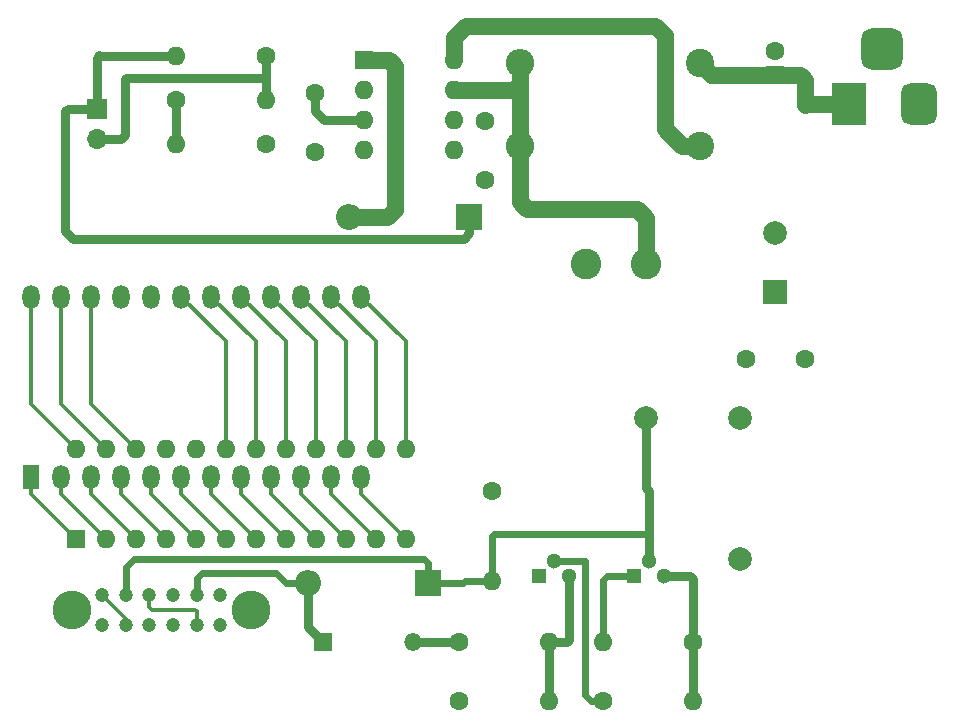
<source format=gbr>
%TF.GenerationSoftware,KiCad,Pcbnew,(6.0.4)*%
%TF.CreationDate,2022-04-20T16:37:51+09:00*%
%TF.ProjectId,KiCad,4b694361-642e-46b6-9963-61645f706362,rev?*%
%TF.SameCoordinates,Original*%
%TF.FileFunction,Copper,L2,Bot*%
%TF.FilePolarity,Positive*%
%FSLAX46Y46*%
G04 Gerber Fmt 4.6, Leading zero omitted, Abs format (unit mm)*
G04 Created by KiCad (PCBNEW (6.0.4)) date 2022-04-20 16:37:51*
%MOMM*%
%LPD*%
G01*
G04 APERTURE LIST*
G04 Aperture macros list*
%AMRoundRect*
0 Rectangle with rounded corners*
0 $1 Rounding radius*
0 $2 $3 $4 $5 $6 $7 $8 $9 X,Y pos of 4 corners*
0 Add a 4 corners polygon primitive as box body*
4,1,4,$2,$3,$4,$5,$6,$7,$8,$9,$2,$3,0*
0 Add four circle primitives for the rounded corners*
1,1,$1+$1,$2,$3*
1,1,$1+$1,$4,$5*
1,1,$1+$1,$6,$7*
1,1,$1+$1,$8,$9*
0 Add four rect primitives between the rounded corners*
20,1,$1+$1,$2,$3,$4,$5,0*
20,1,$1+$1,$4,$5,$6,$7,0*
20,1,$1+$1,$6,$7,$8,$9,0*
20,1,$1+$1,$8,$9,$2,$3,0*%
G04 Aperture macros list end*
%TA.AperFunction,ComponentPad*%
%ADD10R,1.600000X1.600000*%
%TD*%
%TA.AperFunction,ComponentPad*%
%ADD11C,1.600000*%
%TD*%
%TA.AperFunction,ComponentPad*%
%ADD12O,1.600000X1.600000*%
%TD*%
%TA.AperFunction,ComponentPad*%
%ADD13C,2.400000*%
%TD*%
%TA.AperFunction,ComponentPad*%
%ADD14O,2.400000X2.400000*%
%TD*%
%TA.AperFunction,ComponentPad*%
%ADD15R,2.000000X2.000000*%
%TD*%
%TA.AperFunction,ComponentPad*%
%ADD16C,2.000000*%
%TD*%
%TA.AperFunction,ComponentPad*%
%ADD17R,1.300000X1.300000*%
%TD*%
%TA.AperFunction,ComponentPad*%
%ADD18C,1.300000*%
%TD*%
%TA.AperFunction,ComponentPad*%
%ADD19R,2.200000X2.200000*%
%TD*%
%TA.AperFunction,ComponentPad*%
%ADD20O,2.200000X2.200000*%
%TD*%
%TA.AperFunction,ComponentPad*%
%ADD21C,1.200000*%
%TD*%
%TA.AperFunction,ComponentPad*%
%ADD22C,3.285000*%
%TD*%
%TA.AperFunction,ComponentPad*%
%ADD23R,1.440000X2.000000*%
%TD*%
%TA.AperFunction,ComponentPad*%
%ADD24O,1.440000X2.000000*%
%TD*%
%TA.AperFunction,ComponentPad*%
%ADD25R,3.000000X3.600000*%
%TD*%
%TA.AperFunction,ComponentPad*%
%ADD26RoundRect,0.750000X0.750000X1.000000X-0.750000X1.000000X-0.750000X-1.000000X0.750000X-1.000000X0*%
%TD*%
%TA.AperFunction,ComponentPad*%
%ADD27RoundRect,0.875000X0.875000X0.875000X-0.875000X0.875000X-0.875000X-0.875000X0.875000X-0.875000X0*%
%TD*%
%TA.AperFunction,ComponentPad*%
%ADD28C,2.600000*%
%TD*%
%TA.AperFunction,ComponentPad*%
%ADD29R,1.500000X1.500000*%
%TD*%
%TA.AperFunction,ComponentPad*%
%ADD30O,1.500000X1.500000*%
%TD*%
%TA.AperFunction,ComponentPad*%
%ADD31R,1.700000X1.700000*%
%TD*%
%TA.AperFunction,ComponentPad*%
%ADD32O,1.700000X1.700000*%
%TD*%
%TA.AperFunction,Conductor*%
%ADD33C,0.800000*%
%TD*%
%TA.AperFunction,Conductor*%
%ADD34C,1.400000*%
%TD*%
%TA.AperFunction,Conductor*%
%ADD35C,0.600000*%
%TD*%
%TA.AperFunction,Conductor*%
%ADD36C,0.300000*%
%TD*%
G04 APERTURE END LIST*
D10*
%TO.P,C2,1*%
%TO.N,Net-(C1-Pad1)*%
X180000000Y-62955113D03*
D11*
%TO.P,C2,2*%
%TO.N,GND*%
X180000000Y-60955113D03*
%TD*%
%TO.P,R7,1*%
%TO.N,Net-(Q2-Pad2)*%
X165390000Y-116000000D03*
D12*
%TO.P,R7,2*%
%TO.N,Net-(Q1-Pad3)*%
X173010000Y-116000000D03*
%TD*%
D13*
%TO.P,R1,1*%
%TO.N,Net-(C1-Pad1)*%
X173620000Y-62000000D03*
D14*
%TO.P,R1,2*%
%TO.N,Net-(L1-Pad1)*%
X158380000Y-62000000D03*
%TD*%
D15*
%TO.P,C4,1*%
%TO.N,V+*%
X180000000Y-81367677D03*
D16*
%TO.P,C4,2*%
%TO.N,GND*%
X180000000Y-76367677D03*
%TD*%
D17*
%TO.P,Q2,1,E*%
%TO.N,GND*%
X160000000Y-105360000D03*
D18*
%TO.P,Q2,2,C*%
%TO.N,Net-(Q2-Pad2)*%
X161270000Y-104090000D03*
%TO.P,Q2,3,B*%
%TO.N,Net-(Q2-Pad3)*%
X162540000Y-105360000D03*
%TD*%
D11*
%TO.P,C5,1*%
%TO.N,Net-(C5-Pad1)*%
X141000000Y-64500000D03*
%TO.P,C5,2*%
%TO.N,GND*%
X141000000Y-69500000D03*
%TD*%
%TO.P,R6,1*%
%TO.N,Net-(Q1-Pad3)*%
X173000000Y-111000000D03*
D12*
%TO.P,R6,2*%
%TO.N,V+*%
X165380000Y-111000000D03*
%TD*%
D11*
%TO.P,C3,1*%
%TO.N,V+*%
X182500000Y-87000000D03*
%TO.P,C3,2*%
%TO.N,GND*%
X177500000Y-87000000D03*
%TD*%
D16*
%TO.P,TP3,1,1*%
%TO.N,Vprog*%
X169000000Y-92000000D03*
%TD*%
D17*
%TO.P,Q1,1,E*%
%TO.N,V+*%
X168000000Y-105360000D03*
D18*
%TO.P,Q1,2,C*%
%TO.N,Vprog*%
X169270000Y-104090000D03*
%TO.P,Q1,3,B*%
%TO.N,Net-(Q1-Pad3)*%
X170540000Y-105360000D03*
%TD*%
D11*
%TO.P,R8,1*%
%TO.N,Net-(D2-Pad2)*%
X153190000Y-111000000D03*
D12*
%TO.P,R8,2*%
%TO.N,Net-(Q2-Pad3)*%
X160810000Y-111000000D03*
%TD*%
D11*
%TO.P,R3,1*%
%TO.N,Net-(JP1-Pad2)*%
X136906000Y-61334000D03*
D12*
%TO.P,R3,2*%
%TO.N,V+*%
X129286000Y-61334000D03*
%TD*%
D19*
%TO.P,D1,1,K*%
%TO.N,V+*%
X154080000Y-75000000D03*
D20*
%TO.P,D1,2,A*%
%TO.N,Net-(D1-Pad2)*%
X143920000Y-75000000D03*
%TD*%
D11*
%TO.P,R5,1*%
%TO.N,GND*%
X136906000Y-68834000D03*
D12*
%TO.P,R5,2*%
%TO.N,Net-(R4-Pad1)*%
X129286000Y-68834000D03*
%TD*%
D21*
%TO.P,SW1,1,NC1*%
%TO.N,Net-(J2-Pad20)*%
X133000000Y-107010200D03*
%TO.P,SW1,2,CM1*%
%TO.N,Vp*%
X131000000Y-107010200D03*
%TO.P,SW1,3,NO1*%
%TO.N,Net-(J2-Pad21)*%
X129000000Y-107010200D03*
%TO.P,SW1,4,NC2*%
%TO.N,Net-(J3-Pad20)*%
X127000000Y-107010200D03*
%TO.P,SW1,5,CM2*%
%TO.N,Vprog*%
X125000000Y-107010200D03*
%TO.P,SW1,6,NO2*%
%TO.N,Net-(J3-Pad21)*%
X123000000Y-107010200D03*
%TO.P,SW1,7,NO3*%
%TO.N,unconnected-(SW1-Pad7)*%
X123000000Y-109510200D03*
%TO.P,SW1,8,CM3*%
%TO.N,Net-(J3-Pad21)*%
X125000000Y-109510200D03*
%TO.P,SW1,9,NC4*%
%TO.N,Net-(J2-Pad21)*%
X127000000Y-109510200D03*
%TO.P,SW1,10,NO4*%
%TO.N,Net-(J2-Pad20)*%
X129000000Y-109510200D03*
%TO.P,SW1,11,CM4*%
%TO.N,Net-(J3-Pad20)*%
X131000000Y-109510200D03*
%TO.P,SW1,12,NC4*%
%TO.N,unconnected-(SW1-Pad12)*%
X133000000Y-109510200D03*
D22*
%TO.P,SW1,MH,MH*%
%TO.N,GND*%
X135555000Y-108260200D03*
X120445000Y-108260200D03*
%TD*%
D11*
%TO.P,R10,1*%
%TO.N,GND*%
X156000000Y-98190000D03*
D12*
%TO.P,R10,2*%
%TO.N,Vprog*%
X156000000Y-105810000D03*
%TD*%
D13*
%TO.P,R2,1*%
%TO.N,Net-(R2-Pad1)*%
X173620000Y-69000000D03*
D14*
%TO.P,R2,2*%
%TO.N,Net-(L1-Pad1)*%
X158380000Y-69000000D03*
%TD*%
D16*
%TO.P,TP1,1,1*%
%TO.N,V+*%
X177000000Y-92000000D03*
%TD*%
D23*
%TO.P,J3,1,Pin_1*%
%TO.N,/1*%
X117000000Y-97000000D03*
D24*
%TO.P,J3,2,Pin_2*%
%TO.N,/2*%
X119540000Y-97000000D03*
%TO.P,J3,3,Pin_3*%
%TO.N,/3*%
X122080000Y-97000000D03*
%TO.P,J3,4,Pin_4*%
%TO.N,/4*%
X124620000Y-97000000D03*
%TO.P,J3,5,Pin_5*%
%TO.N,/5*%
X127160000Y-97000000D03*
%TO.P,J3,6,Pin_6*%
%TO.N,/6*%
X129700000Y-97000000D03*
%TO.P,J3,7,Pin_7*%
%TO.N,/7*%
X132240000Y-97000000D03*
%TO.P,J3,8,Pin_8*%
%TO.N,/8*%
X134780000Y-97000000D03*
%TO.P,J3,9,Pin_9*%
%TO.N,/9*%
X137320000Y-97000000D03*
%TO.P,J3,10,Pin_10*%
%TO.N,/10*%
X139860000Y-97000000D03*
%TO.P,J3,11,Pin_11*%
%TO.N,/11*%
X142400000Y-97000000D03*
%TO.P,J3,12,Pin_12*%
%TO.N,GND*%
X144940000Y-97000000D03*
%TO.P,J3,13,Pin_13*%
%TO.N,/13*%
X144940000Y-81760000D03*
%TO.P,J3,14,Pin_14*%
%TO.N,/14*%
X142400000Y-81760000D03*
%TO.P,J3,15,Pin_15*%
%TO.N,/15*%
X139860000Y-81760000D03*
%TO.P,J3,16,Pin_16*%
%TO.N,/16*%
X137320000Y-81760000D03*
%TO.P,J3,17,Pin_17*%
%TO.N,/17*%
X134780000Y-81760000D03*
%TO.P,J3,18,Pin_18*%
%TO.N,/18*%
X132240000Y-81760000D03*
%TO.P,J3,19,Pin_19*%
%TO.N,/19*%
X129700000Y-81760000D03*
%TO.P,J3,20,Pin_20*%
%TO.N,Net-(J3-Pad20)*%
X127160000Y-81760000D03*
%TO.P,J3,21,Pin_21*%
%TO.N,Net-(J3-Pad21)*%
X124620000Y-81760000D03*
%TO.P,J3,22,Pin_22*%
%TO.N,/22*%
X122080000Y-81760000D03*
%TO.P,J3,23,Pin_23*%
%TO.N,/23*%
X119540000Y-81760000D03*
%TO.P,J3,24,Pin_24*%
%TO.N,/24*%
X117000000Y-81760000D03*
%TD*%
D11*
%TO.P,R4,1*%
%TO.N,Net-(R4-Pad1)*%
X129223500Y-65126500D03*
D12*
%TO.P,R4,2*%
%TO.N,Net-(JP1-Pad2)*%
X136843500Y-65126500D03*
%TD*%
D11*
%TO.P,R9,1*%
%TO.N,GND*%
X153190000Y-116000000D03*
D12*
%TO.P,R9,2*%
%TO.N,Net-(Q2-Pad3)*%
X160810000Y-116000000D03*
%TD*%
D25*
%TO.P,J1,1*%
%TO.N,Net-(C1-Pad1)*%
X186187500Y-65457500D03*
D26*
%TO.P,J1,2*%
%TO.N,GND*%
X192187500Y-65457500D03*
D27*
%TO.P,J1,3*%
X188987500Y-60757500D03*
%TD*%
D11*
%TO.P,C1,1*%
%TO.N,Net-(C1-Pad1)*%
X155422600Y-66867400D03*
%TO.P,C1,2*%
%TO.N,GND*%
X155422600Y-71867400D03*
%TD*%
D16*
%TO.P,TP2,1,1*%
%TO.N,GND*%
X177000000Y-104000000D03*
%TD*%
D28*
%TO.P,L1,1,1*%
%TO.N,Net-(L1-Pad1)*%
X169000000Y-79000000D03*
%TO.P,L1,2,2*%
%TO.N,Net-(D1-Pad2)*%
X164000000Y-79000000D03*
%TD*%
D29*
%TO.P,D2,1,K*%
%TO.N,Vp*%
X141685000Y-111000000D03*
D30*
%TO.P,D2,2,A*%
%TO.N,Net-(D2-Pad2)*%
X149305000Y-111000000D03*
%TD*%
D10*
%TO.P,J2,1,Pin_1*%
%TO.N,/1*%
X120772000Y-102250400D03*
D12*
%TO.P,J2,2,Pin_2*%
%TO.N,/2*%
X123312000Y-102250400D03*
%TO.P,J2,3,Pin_3*%
%TO.N,/3*%
X125852000Y-102250400D03*
%TO.P,J2,4,Pin_4*%
%TO.N,/4*%
X128392000Y-102250400D03*
%TO.P,J2,5,Pin_5*%
%TO.N,/5*%
X130932000Y-102250400D03*
%TO.P,J2,6,Pin_6*%
%TO.N,/6*%
X133472000Y-102250400D03*
%TO.P,J2,7,Pin_7*%
%TO.N,/7*%
X136012000Y-102250400D03*
%TO.P,J2,8,Pin_8*%
%TO.N,/8*%
X138552000Y-102250400D03*
%TO.P,J2,9,Pin_9*%
%TO.N,/9*%
X141092000Y-102250400D03*
%TO.P,J2,10,Pin_10*%
%TO.N,/10*%
X143632000Y-102250400D03*
%TO.P,J2,11,Pin_11*%
%TO.N,/11*%
X146172000Y-102250400D03*
%TO.P,J2,12,Pin_12*%
%TO.N,GND*%
X148712000Y-102250400D03*
%TO.P,J2,13,Pin_13*%
%TO.N,/13*%
X148712000Y-94630400D03*
%TO.P,J2,14,Pin_14*%
%TO.N,/14*%
X146172000Y-94630400D03*
%TO.P,J2,15,Pin_15*%
%TO.N,/15*%
X143632000Y-94630400D03*
%TO.P,J2,16,Pin_16*%
%TO.N,/16*%
X141092000Y-94630400D03*
%TO.P,J2,17,Pin_17*%
%TO.N,/17*%
X138552000Y-94630400D03*
%TO.P,J2,18,Pin_18*%
%TO.N,/18*%
X136012000Y-94630400D03*
%TO.P,J2,19,Pin_19*%
%TO.N,/19*%
X133472000Y-94630400D03*
%TO.P,J2,20,Pin_20*%
%TO.N,Net-(J2-Pad20)*%
X130932000Y-94630400D03*
%TO.P,J2,21,Pin_21*%
%TO.N,Net-(J2-Pad21)*%
X128392000Y-94630400D03*
%TO.P,J2,22,Pin_22*%
%TO.N,/22*%
X125852000Y-94630400D03*
%TO.P,J2,23,Pin_23*%
%TO.N,/23*%
X123312000Y-94630400D03*
%TO.P,J2,24,Pin_24*%
%TO.N,/24*%
X120772000Y-94630400D03*
%TD*%
D31*
%TO.P,JP1,1,A*%
%TO.N,V+*%
X122533500Y-65834000D03*
D32*
%TO.P,JP1,2,B*%
%TO.N,Net-(JP1-Pad2)*%
X122533500Y-68374000D03*
%TD*%
D10*
%TO.P,U1,1,SwC*%
%TO.N,Net-(D1-Pad2)*%
X145200000Y-61700000D03*
D12*
%TO.P,U1,2,SwE*%
%TO.N,GND*%
X145200000Y-64240000D03*
%TO.P,U1,3,TC*%
%TO.N,Net-(C5-Pad1)*%
X145200000Y-66780000D03*
%TO.P,U1,4,GND*%
%TO.N,GND*%
X145200000Y-69320000D03*
%TO.P,U1,5,Vfb*%
%TO.N,Net-(R4-Pad1)*%
X152820000Y-69320000D03*
%TO.P,U1,6,Vin*%
%TO.N,Net-(C1-Pad1)*%
X152820000Y-66780000D03*
%TO.P,U1,7,Ipk*%
%TO.N,Net-(L1-Pad1)*%
X152820000Y-64240000D03*
%TO.P,U1,8,DC*%
%TO.N,Net-(R2-Pad1)*%
X152820000Y-61700000D03*
%TD*%
D19*
%TO.P,D3,1,K*%
%TO.N,Vprog*%
X150580000Y-106000000D03*
D20*
%TO.P,D3,2,A*%
%TO.N,Vp*%
X140420000Y-106000000D03*
%TD*%
D33*
%TO.N,V+*%
X120094000Y-65834000D02*
X122533500Y-65834000D01*
X120523000Y-76835000D02*
X119888000Y-76200000D01*
X154080000Y-76399600D02*
X153644600Y-76835000D01*
X153644600Y-76835000D02*
X120523000Y-76835000D01*
X119888000Y-66040000D02*
X120094000Y-65834000D01*
X154080000Y-75000000D02*
X154080000Y-76399600D01*
X119888000Y-76200000D02*
X119888000Y-66040000D01*
D34*
%TO.N,Net-(C1-Pad1)*%
X182081113Y-62955113D02*
X180000000Y-62955113D01*
X180000000Y-62955113D02*
X174575113Y-62955113D01*
X174575113Y-62955113D02*
X173620000Y-62000000D01*
X182500000Y-65482200D02*
X182500000Y-63374000D01*
X182524700Y-65457500D02*
X182500000Y-65482200D01*
X186187500Y-65457500D02*
X182524700Y-65457500D01*
X182500000Y-63374000D02*
X182081113Y-62955113D01*
D35*
%TO.N,V+*%
X165380000Y-111000000D02*
X165380000Y-105714200D01*
X165734200Y-105360000D02*
X168000000Y-105360000D01*
X165380000Y-105714200D02*
X165734200Y-105360000D01*
D34*
%TO.N,Net-(D1-Pad2)*%
X143920000Y-75000000D02*
X147148400Y-75000000D01*
X147751800Y-74396600D02*
X147751800Y-62204600D01*
X147247200Y-61700000D02*
X145200000Y-61700000D01*
X147751800Y-62204600D02*
X147247200Y-61700000D01*
X147148400Y-75000000D02*
X147751800Y-74396600D01*
D35*
%TO.N,Vp*%
X137744200Y-105181400D02*
X138582400Y-106019600D01*
X138582400Y-106019600D02*
X138602000Y-106000000D01*
D33*
X140420000Y-106000000D02*
X140420000Y-109735000D01*
D35*
X131419600Y-105181400D02*
X137744200Y-105181400D01*
X131000000Y-105601000D02*
X131419600Y-105181400D01*
X131000000Y-107010200D02*
X131000000Y-105601000D01*
D33*
X140420000Y-109735000D02*
X141685000Y-111000000D01*
D35*
X138602000Y-106000000D02*
X140420000Y-106000000D01*
D33*
%TO.N,Net-(D2-Pad2)*%
X149305000Y-111000000D02*
X153190000Y-111000000D01*
D35*
%TO.N,Vprog*%
X125679200Y-103987600D02*
X150215600Y-103987600D01*
X150580000Y-104301200D02*
X150580000Y-106000000D01*
X125000000Y-107025000D02*
X125000000Y-104666800D01*
D33*
X169000000Y-92000000D02*
X169000000Y-97930800D01*
D35*
X153523400Y-106000000D02*
X150580000Y-106000000D01*
D33*
X169270000Y-98200800D02*
X169270000Y-102087000D01*
X169000000Y-97930800D02*
X169270000Y-98200800D01*
D35*
X125000000Y-104666800D02*
X125679200Y-103987600D01*
X150241000Y-103962200D02*
X150580000Y-104301200D01*
X156159200Y-101854000D02*
X169037000Y-101854000D01*
X150215600Y-103987600D02*
X150241000Y-103962200D01*
X156000000Y-105810000D02*
X156000000Y-102013200D01*
X156000000Y-102013200D02*
X156159200Y-101854000D01*
X156000000Y-105810000D02*
X153713400Y-105810000D01*
D33*
X169270000Y-102087000D02*
X169270000Y-104090000D01*
D35*
X153713400Y-105810000D02*
X153523400Y-106000000D01*
X169037000Y-101854000D02*
X169270000Y-102087000D01*
D36*
%TO.N,/1*%
X117000000Y-97000000D02*
X117000000Y-98478400D01*
X117000000Y-98478400D02*
X120772000Y-102250400D01*
%TO.N,/2*%
X119540000Y-97000000D02*
X119540000Y-98478400D01*
X119540000Y-98478400D02*
X123312000Y-102250400D01*
%TO.N,/3*%
X122080000Y-98478400D02*
X125852000Y-102250400D01*
X122080000Y-97000000D02*
X122080000Y-98478400D01*
%TO.N,/4*%
X124620000Y-98478400D02*
X128392000Y-102250400D01*
X124620000Y-97000000D02*
X124620000Y-98478400D01*
%TO.N,/5*%
X127160000Y-97000000D02*
X127160000Y-98478400D01*
X127160000Y-98478400D02*
X130932000Y-102250400D01*
%TO.N,/6*%
X129700000Y-98478400D02*
X133472000Y-102250400D01*
X129700000Y-97000000D02*
X129700000Y-98478400D01*
%TO.N,/7*%
X132240000Y-98478400D02*
X136012000Y-102250400D01*
X132240000Y-97000000D02*
X132240000Y-98478400D01*
%TO.N,/8*%
X134780000Y-97000000D02*
X134780000Y-98478400D01*
X134780000Y-98478400D02*
X138552000Y-102250400D01*
%TO.N,/9*%
X137320000Y-98478400D02*
X141092000Y-102250400D01*
X137320000Y-97000000D02*
X137320000Y-98478400D01*
%TO.N,/10*%
X139860000Y-98478400D02*
X143632000Y-102250400D01*
X139860000Y-97000000D02*
X139860000Y-98478400D01*
%TO.N,/11*%
X142400000Y-97000000D02*
X142400000Y-98478400D01*
X142400000Y-98478400D02*
X146172000Y-102250400D01*
%TO.N,GND*%
X144940000Y-98478400D02*
X148712000Y-102250400D01*
X144940000Y-97000000D02*
X144940000Y-98478400D01*
%TO.N,/13*%
X148712000Y-94630400D02*
X148712000Y-85532000D01*
X148712000Y-85532000D02*
X144940000Y-81760000D01*
%TO.N,/14*%
X146172000Y-85532000D02*
X142400000Y-81760000D01*
X146172000Y-94630400D02*
X146172000Y-85532000D01*
%TO.N,/15*%
X143632000Y-94630400D02*
X143632000Y-85532000D01*
X143632000Y-85532000D02*
X139860000Y-81760000D01*
%TO.N,/16*%
X141092000Y-85532000D02*
X137320000Y-81760000D01*
X141092000Y-94630400D02*
X141092000Y-85532000D01*
%TO.N,/17*%
X138552000Y-94630400D02*
X138552000Y-85532000D01*
X138552000Y-85532000D02*
X134780000Y-81760000D01*
%TO.N,/18*%
X136012000Y-94630400D02*
X136012000Y-85532000D01*
X136012000Y-85532000D02*
X132240000Y-81760000D01*
%TO.N,/19*%
X133472000Y-94630400D02*
X133472000Y-85532000D01*
X133472000Y-85532000D02*
X129700000Y-81760000D01*
%TO.N,/22*%
X122080000Y-90858400D02*
X125852000Y-94630400D01*
X122080000Y-81760000D02*
X122080000Y-90858400D01*
%TO.N,/23*%
X119540000Y-81760000D02*
X119540000Y-90858400D01*
X119540000Y-90858400D02*
X123312000Y-94630400D01*
%TO.N,/24*%
X117000000Y-81760000D02*
X117000000Y-90858400D01*
X117000000Y-90858400D02*
X120772000Y-94630400D01*
%TO.N,Net-(J3-Pad20)*%
X127000000Y-108051600D02*
X127203200Y-108254800D01*
X131000000Y-108394000D02*
X131000000Y-109510200D01*
X127000000Y-107010200D02*
X127000000Y-108051600D01*
X130860800Y-108254800D02*
X131000000Y-108394000D01*
X127203200Y-108254800D02*
X130860800Y-108254800D01*
%TO.N,Net-(J3-Pad21)*%
X125000000Y-109010200D02*
X125000000Y-109510200D01*
X123000000Y-107010200D02*
X125000000Y-109010200D01*
D33*
%TO.N,V+*%
X122533500Y-61525800D02*
X122757300Y-61302000D01*
X122789300Y-61334000D02*
X129286000Y-61334000D01*
X122757300Y-61302000D02*
X122789300Y-61334000D01*
X122533500Y-65834000D02*
X122533500Y-61525800D01*
%TO.N,Net-(JP1-Pad2)*%
X136906000Y-61334000D02*
X136906000Y-63309500D01*
X122533500Y-68374000D02*
X124600700Y-68374000D01*
X124890900Y-63308600D02*
X124992500Y-63207000D01*
X124992500Y-63207000D02*
X136803500Y-63207000D01*
X136906000Y-63309500D02*
X136906000Y-65064000D01*
X124890900Y-68083800D02*
X124890900Y-63308600D01*
X124600700Y-68374000D02*
X124890900Y-68083800D01*
X136906000Y-65064000D02*
X136843500Y-65126500D01*
X136803500Y-63207000D02*
X136906000Y-63309500D01*
D34*
%TO.N,Net-(L1-Pad1)*%
X158953200Y-74345800D02*
X168275000Y-74345800D01*
X158380000Y-73772600D02*
X158953200Y-74345800D01*
X158380000Y-69000000D02*
X158380000Y-62000000D01*
X152820000Y-64240000D02*
X157857600Y-64240000D01*
X158380000Y-63717600D02*
X158380000Y-62000000D01*
X157857600Y-64240000D02*
X158380000Y-63717600D01*
X169000000Y-75070800D02*
X169000000Y-79000000D01*
X168275000Y-74345800D02*
X169000000Y-75070800D01*
X158380000Y-69000000D02*
X158380000Y-73772600D01*
D33*
%TO.N,Net-(Q1-Pad3)*%
X173000000Y-115990000D02*
X173010000Y-116000000D01*
X173000000Y-105613800D02*
X172746200Y-105360000D01*
X173000000Y-111000000D02*
X173000000Y-115990000D01*
X173000000Y-111000000D02*
X173000000Y-105613800D01*
X172746200Y-105360000D02*
X170540000Y-105360000D01*
D35*
%TO.N,Net-(Q2-Pad2)*%
X163880800Y-115468400D02*
X164412400Y-116000000D01*
X163880800Y-104090800D02*
X163880800Y-115468400D01*
X164412400Y-116000000D02*
X165390000Y-116000000D01*
X163881600Y-104090000D02*
X163880800Y-104090800D01*
X161270000Y-104090000D02*
X163881600Y-104090000D01*
D33*
%TO.N,Net-(Q2-Pad3)*%
X160810000Y-111000000D02*
X162329400Y-111000000D01*
X160810000Y-111000000D02*
X160810000Y-116000000D01*
X162329400Y-111000000D02*
X162540000Y-110789400D01*
X162540000Y-110789400D02*
X162540000Y-105360000D01*
D34*
%TO.N,Net-(R2-Pad1)*%
X153771600Y-58801000D02*
X152820000Y-59752600D01*
X170611800Y-59588400D02*
X169824400Y-58801000D01*
X152820000Y-59752600D02*
X152820000Y-61700000D01*
X169824400Y-58801000D02*
X153771600Y-58801000D01*
X173620000Y-69000000D02*
X172047800Y-69000000D01*
X172047800Y-69000000D02*
X170611800Y-67564000D01*
X170611800Y-67564000D02*
X170611800Y-59588400D01*
D33*
%TO.N,Net-(R4-Pad1)*%
X129223500Y-68771500D02*
X129286000Y-68834000D01*
X129223500Y-65126500D02*
X129223500Y-68771500D01*
%TO.N,Net-(C5-Pad1)*%
X141735400Y-66780000D02*
X141000000Y-66044600D01*
X145200000Y-66780000D02*
X141735400Y-66780000D01*
X141000000Y-66044600D02*
X141000000Y-64500000D01*
%TD*%
M02*

</source>
